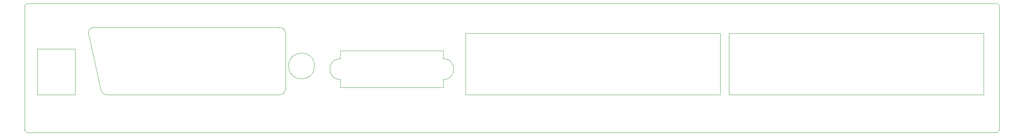
<source format=gbr>
%TF.GenerationSoftware,KiCad,Pcbnew,7.0.10*%
%TF.CreationDate,2024-04-26T12:54:53+01:00*%
%TF.ProjectId,back,6261636b-2e6b-4696-9361-645f70636258,rev?*%
%TF.SameCoordinates,Original*%
%TF.FileFunction,Profile,NP*%
%FSLAX46Y46*%
G04 Gerber Fmt 4.6, Leading zero omitted, Abs format (unit mm)*
G04 Created by KiCad (PCBNEW 7.0.10) date 2024-04-26 12:54:53*
%MOMM*%
%LPD*%
G01*
G04 APERTURE LIST*
%TA.AperFunction,Profile*%
%ADD10C,0.100000*%
%TD*%
G04 APERTURE END LIST*
D10*
X43000000Y-92300000D02*
X88000000Y-92300000D01*
X26000000Y-117300000D02*
G75*
G03*
X26700000Y-118000000I700000J0D01*
G01*
X263200000Y-87200000D02*
G75*
G03*
X262500000Y-86500000I-700000J0D01*
G01*
X88000000Y-108800000D02*
G75*
G03*
X89500000Y-107300000I0J1500000D01*
G01*
X102850000Y-99949999D02*
G75*
G03*
X102850000Y-105100001I0J-2575001D01*
G01*
X102850000Y-105100001D02*
X102850000Y-106999999D01*
X29100000Y-97600000D02*
X38300000Y-97600000D01*
X38300000Y-108800000D01*
X29100000Y-108800000D01*
X29100000Y-97600000D01*
X262500000Y-86500000D02*
X26700000Y-86500000D01*
X89500000Y-93800000D02*
G75*
G03*
X88000000Y-92300000I-1500000J0D01*
G01*
X263200000Y-117300000D02*
X263200000Y-87200000D01*
X262500000Y-118000000D02*
G75*
G03*
X263200000Y-117300000I-100J700100D01*
G01*
X44600018Y-107699994D02*
G75*
G03*
X46100000Y-108800000I1499982J472694D01*
G01*
X88000000Y-108800000D02*
X46100000Y-108800000D01*
X127850000Y-105100000D02*
G75*
G03*
X127850000Y-99950000I0J2575000D01*
G01*
X26000000Y-87200000D02*
X26000000Y-117300000D01*
X89500000Y-93800000D02*
X89500000Y-107300000D01*
X26700000Y-118000000D02*
X262500000Y-118000000D01*
X96550000Y-101750000D02*
G75*
G03*
X90250000Y-101750000I-3150000J0D01*
G01*
X90250000Y-101750000D02*
G75*
G03*
X96550000Y-101750000I3150000J0D01*
G01*
X26700000Y-86500000D02*
G75*
G03*
X26000000Y-87200000I0J-700000D01*
G01*
X127850000Y-98050000D02*
X102850000Y-98050000D01*
X102850000Y-99950001D02*
X102850000Y-98050000D01*
X127850000Y-99950000D02*
X127850000Y-98050000D01*
X127850000Y-107000000D02*
X102850000Y-106999999D01*
X197400000Y-93800000D02*
X259400000Y-93800000D01*
X259400000Y-108800000D01*
X197400000Y-108800000D01*
X197400000Y-93800000D01*
X43000000Y-92300000D02*
G75*
G03*
X41500000Y-93800000I0J-1500000D01*
G01*
X127850000Y-105100000D02*
X127850000Y-107000000D01*
X133300000Y-93800000D02*
X195300000Y-93800000D01*
X195300000Y-108800000D01*
X133300000Y-108800000D01*
X133300000Y-93800000D01*
X41500000Y-93800000D02*
X44600000Y-107700000D01*
M02*

</source>
